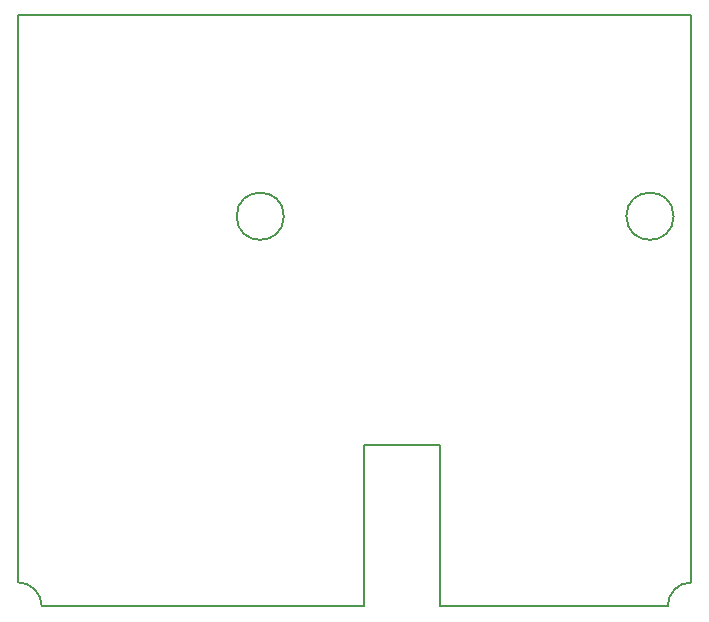
<source format=gm1>
G04 #@! TF.GenerationSoftware,KiCad,Pcbnew,(2017-02-02 revision 8dadc18)-makepkg*
G04 #@! TF.CreationDate,2017-11-18T17:45:44+03:00*
G04 #@! TF.ProjectId,BmstuAnchor,426D737475416E63686F722E6B696361,rev?*
G04 #@! TF.FileFunction,Profile,NP*
%FSLAX46Y46*%
G04 Gerber Fmt 4.6, Leading zero omitted, Abs format (unit mm)*
G04 Created by KiCad (PCBNEW (2017-02-02 revision 8dadc18)-makepkg) date 11/18/17 17:45:44*
%MOMM*%
%LPD*%
G01*
G04 APERTURE LIST*
%ADD10C,0.100000*%
%ADD11C,0.200000*%
G04 APERTURE END LIST*
D10*
D11*
X159500000Y-149000000D02*
X159500000Y-101000000D01*
X138200000Y-151000000D02*
X157500000Y-151000000D01*
X104500000Y-151000000D02*
X131800000Y-151000000D01*
X102500000Y-101000000D02*
X102500000Y-149000000D01*
X125000000Y-118000000D02*
G75*
G03X125000000Y-118000000I-2000000J0D01*
G01*
X158000000Y-118000000D02*
G75*
G03X158000000Y-118000000I-2000000J0D01*
G01*
X104500000Y-151000000D02*
G75*
G03X102500000Y-149000000I-2000000J0D01*
G01*
X157500000Y-151000000D02*
G75*
G02X159500000Y-149000000I2000000J0D01*
G01*
X138200000Y-137400000D02*
X138200000Y-151000000D01*
X131800000Y-137400000D02*
X138200000Y-137400000D01*
X131800000Y-151000000D02*
X131800000Y-137400000D01*
X102500000Y-101000000D02*
X159500000Y-101000000D01*
M02*

</source>
